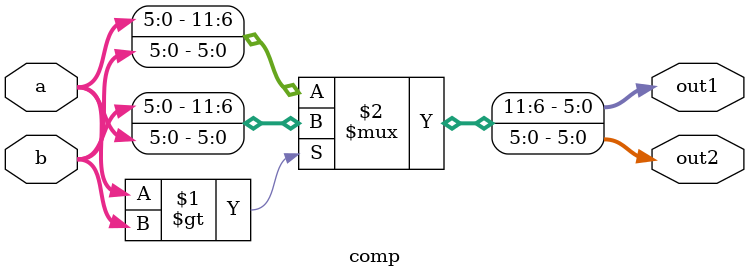
<source format=sv>
module SMJ(
    // Input signals
    hand_n0,
    hand_n1,
    hand_n2,
    hand_n3,
    hand_n4,
    // Output signals
    out_data
);
//---------------------------------------------------------------------
//   INPUT AND OUTPUT DECLARATION
//---------------------------------------------------------------------
input [5:0] hand_n0;
input [5:0] hand_n1;
input [5:0] hand_n2;
input [5:0] hand_n3;
input [5:0] hand_n4;
output logic [1:0] out_data;

//---------------------------------------------------------------------
//   LOGIC DECLARATION
//---------------------------------------------------------------------
    logic [5:0] sorted_n0;
    logic [5:0] sorted_n1;
    logic [5:0] sorted_n2;
    logic [5:0] sorted_n3;
    logic [5:0] sorted_n4;
    logic pair01, pair12, pair23, pair34;
    logic trip012, trip234;
    logic seq012, seq234, seq014;

    parameter HONOR = 2'b00;
    parameter NOWINNING = 2'b00;
    parameter IMPOSSIBLE = 2'b01;
    parameter PAIR_SEQ = 2'b10;
    parameter PAIR_TRI = 2'b11;

//---------------------------------------------------------------------
//   Your design
//---------------------------------------------------------------------
    sorter s1(
        hand_n0,
        hand_n1,
        hand_n2,
        hand_n3,
        hand_n4,
        sorted_n0,
        sorted_n1,
        sorted_n2,
        sorted_n3,
        sorted_n4
    );

    always_comb begin : comb
        pair01 = sorted_n0 == sorted_n1;
        pair12 = sorted_n1 == sorted_n2;
        pair23 = sorted_n2 == sorted_n3;
        pair34 = sorted_n3 == sorted_n4;
        trip012 = pair01 && pair12;
        trip234 = pair23 && pair34;
        seq012 = sorted_n0[5:4] != HONOR && sorted_n0+1 == sorted_n1 && sorted_n1+1 == sorted_n2;
        seq234 = sorted_n2[5:4] != HONOR && sorted_n2+1 == sorted_n3 && sorted_n3+1 == sorted_n4;
        seq014 = sorted_n0[5:4] != HONOR && sorted_n0+1 == sorted_n1 && sorted_n1+1 == sorted_n4;

        out_data = NOWINNING;
        if(
        (sorted_n0[3:0] > 8) ||
        (sorted_n1[3:0] > 8) ||
        (sorted_n2[3:0] > 8) ||
        (sorted_n3[3:0] > 8) ||
        (sorted_n4[3:0] > 8) ||
        (sorted_n0[5:4] == HONOR && sorted_n0[3:0] > 6) ||
        (sorted_n1[5:4] == HONOR && sorted_n1[3:0] > 6) ||
        (sorted_n2[5:4] == HONOR && sorted_n2[3:0] > 6) ||
        (sorted_n3[5:4] == HONOR && sorted_n3[3:0] > 6) ||
        (sorted_n4[5:4] == HONOR && sorted_n4[3:0] > 6) ||
        (trip012 && trip234)) out_data = IMPOSSIBLE;
        else begin
            if (pair01) begin
                if(trip234) out_data = PAIR_TRI;
                else if(seq234) out_data = PAIR_SEQ;
            end
            if (pair34) begin
                if(trip012) out_data = PAIR_TRI;
                else if(seq012) out_data = PAIR_SEQ;
            end
            if(pair23 && seq014) out_data = PAIR_SEQ;
        end
    end
endmodule

module sorter (
    input [5:0] in_num0,
    input [5:0] in_num1,
    input [5:0] in_num2,
    input [5:0] in_num3,
    input [5:0] in_num4,
    output [5:0] num0,
    output [5:0] num1,
    output [5:0] num2,
    output [5:0] num3,
    output [5:0] num4
);
    logic [5:0]w[15];
    comp c1(in_num0, in_num1, w[0], w[1]);
    comp c2(in_num2, in_num3, w[2], w[3]);
    comp c3(w[1], w[2], w[4], w[5]);
    comp c4(w[3], in_num4, w[6], w[7]);
    comp c5(w[0], w[4], w[8], w[9]);
    comp c6(w[5], w[6], w[10], w[11]);
    comp c7(w[9], w[10], w[12], w[13]);
    comp c8(w[11], w[7], w[14], num4);
    comp c9(w[8], w[12], num0, num1);
    comp c10(w[13], w[14], num2, num3);
endmodule

module comp(
    input [5:0] a,
    input [5:0] b,
    output [5:0] out1,
    output [5:0] out2
);
    assign {out1, out2} = (a > b) ? {b,a}:{a,b};
endmodule

</source>
